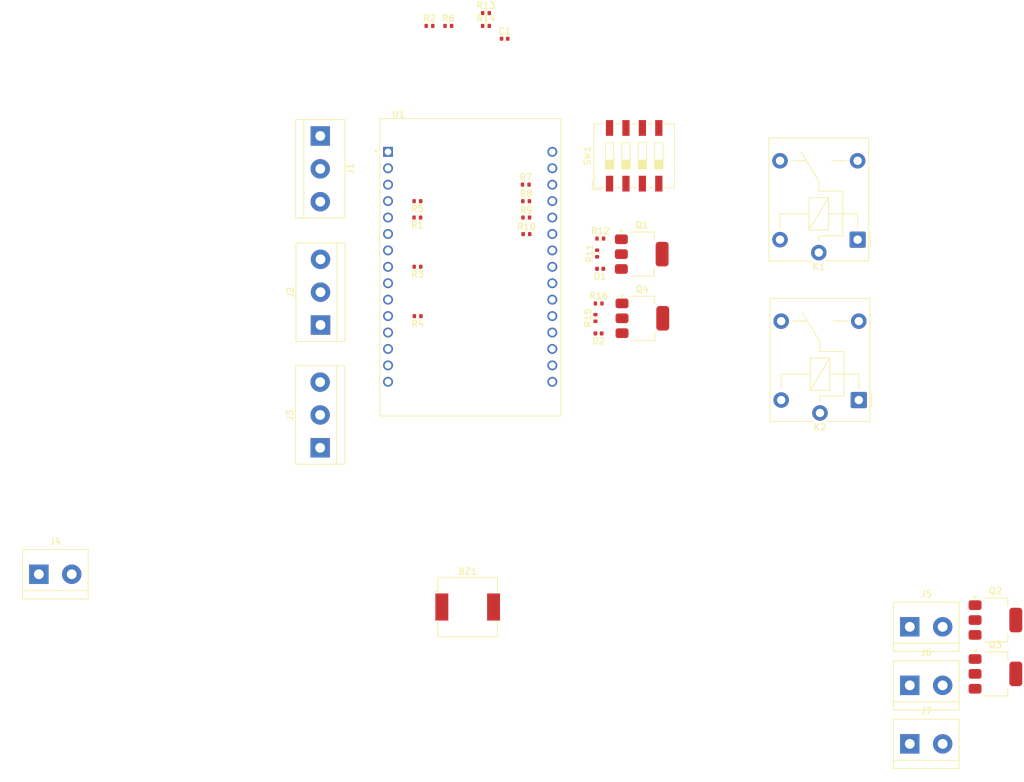
<source format=kicad_pcb>
(kicad_pcb (version 20240108) (generator "pcbnew") (generator_version "8.0")
  (layers (0 "F.Cu" signal) (31 "B.Cu" signal) (34 "B.Paste" user) (35 "F.Paste" user) (36 "B.SilkS" user "B.Silkscreen") (37 "F.SilkS" user "F.Silkscreen") (38 "B.Mask" user) (39 "F.Mask" user) (44 "Edge.Cuts" user))
  (net 0 "")
  (net 1 "+5V")
  (net 2 "Net-(BZ1--)")
  (net 3 "GND")
  (net 4 "Net-(D1-A)")
  (net 5 "Net-(D2-A)")
  (net 6 "LSC")
  (net 7 "LSA")
  (net 8 "KEYA")
  (net 9 "KEYC")
  (net 10 "FTC")
  (net 11 "PP")
  (net 12 "MO1")
  (net 13 "MO2")
  (net 14 "Net-(J7-Pin_2)")
  (net 15 "Net-(Q1-C)")
  (net 16 "Net-(Q4-C)")
  (net 17 "Net-(Q1-B)")
  (net 18 "Net-(Q2-B)")
  (net 19 "Net-(Q3-B)")
  (net 20 "Net-(Q4-B)")
  (net 21 "+3.3V")
  (net 22 "Net-(U1-D13)")
  (net 23 "Net-(U1-D12)")
  (net 24 "Net-(U1-D14)")
  (net 25 "Net-(U1-D27)")
  (net 26 "MA")
  (net 27 "LAMP")
  (net 28 "BUZZER")
  (net 29 "MC")
  (footprint "Resistor_SMD:R_0402_1005Metric" (layer "F.Cu") (at 137.87 87.89)
    (property "Reference" "R10" (at 0 -1.17 0) (layer "F.SilkS"))
    (property "Value" "1k")
    (fp_line (start -0.153641 -0.38) (end 0.153641 -0.38) (stroke (width 0.12)) (layer "F.SilkS"))
    (fp_line (start -0.153641 0.38) (end 0.153641 0.38) (stroke (width 0.12)) (layer "F.SilkS"))
    (pad "1" smd roundrect (at -0.51 0) (size 0.54 0.64) (layers "F.Cu" "F.Paste" "F.Mask") (net 21 "+3.3V"))
    (pad "2" smd roundrect (at 0.51 0) (size 0.54 0.64) (layers "F.Cu" "F.Paste" "F.Mask") (net 25 "Net-(U1-D27)"))
  )
  (footprint "Resistor_SMD:R_0402_1005Metric" (layer "F.Cu") (at 121 85.33 180)
    (property "Reference" "R1" (at 0 -1.17 360) (layer "F.SilkS"))
    (property "Value" "1k")
    (fp_line (start -0.153641 0.38) (end 0.153641 0.38) (stroke (width 0.12)) (layer "F.SilkS"))
    (fp_line (start -0.153641 -0.38) (end 0.153641 -0.38) (stroke (width 0.12)) (layer "F.SilkS"))
    (pad "1" smd roundrect (at -0.51 0 180) (size 0.54 0.64) (layers "F.Cu" "F.Paste" "F.Mask") (net 21 "+3.3V"))
    (pad "2" smd roundrect (at 0.51 0 180) (size 0.54 0.64) (layers "F.Cu" "F.Paste" "F.Mask") (net 7 "LSA"))
  )
  (footprint "Resistor_SMD:R_0402_1005Metric" (layer "F.Cu") (at 125.79 55.7)
    (property "Reference" "R6" (at 0 -1.17 0) (layer "F.SilkS"))
    (property "Value" "1k")
    (fp_line (start -0.153641 -0.38) (end 0.153641 -0.38) (stroke (width 0.12)) (layer "F.SilkS"))
    (fp_line (start -0.153641 0.38) (end 0.153641 0.38) (stroke (width 0.12)) (layer "F.SilkS"))
    (pad "1" smd roundrect (at -0.51 0) (size 0.54 0.64) (layers "F.Cu" "F.Paste" "F.Mask") (net 21 "+3.3V"))
    (pad "2" smd roundrect (at 0.51 0) (size 0.54 0.64) (layers "F.Cu" "F.Paste" "F.Mask") (net 9 "KEYC"))
  )
  (footprint "TerminalBlock:TerminalBlock_bornier-2_P5.08mm" (layer "F.Cu") (at 197.1525 166.72)
    (property "Reference" "J7" (at 2.54 -5.08 0) (layer "F.SilkS"))
    (property "Value" "LAMP")
    (fp_line (start -2.54 -3.81) (end -2.54 3.81) (stroke (width 0.12)) (layer "F.SilkS"))
    (fp_line (start -2.54 3.81) (end 7.62 3.81) (stroke (width 0.12)) (layer "F.SilkS"))
    (fp_line (start 7.62 -3.81) (end -2.54 -3.81) (stroke (width 0.12)) (layer "F.SilkS"))
    (fp_line (start 7.62 2.54) (end -2.54 2.54) (stroke (width 0.12)) (layer "F.SilkS"))
    (fp_line (start 7.62 3.81) (end 7.62 -3.81) (stroke (width 0.12)) (layer "F.SilkS"))
    (pad "1" thru_hole rect (at 0 0) (size 3 3) (drill 1.52) (layers "*.Cu" "*.Mask") (net 1 "+5V"))
    (pad "2" thru_hole circle (at 5.08 0) (size 3 3) (drill 1.52) (layers "*.Cu" "*.Mask") (net 14 "Net-(J7-Pin_2)"))
  )
  (footprint "TerminalBlock:TerminalBlock_bornier-3_P5.08mm" (layer "F.Cu") (at 105.97 120.94 90)
    (property "Reference" "J3" (at 5.05 -4.65 90) (layer "F.SilkS"))
    (property "Value" "Screw_Terminal_01x03")
    (fp_line (start -2.54 -3.81) (end 12.7 -3.81) (stroke (width 0.12)) (layer "F.SilkS"))
    (fp_line (start -2.54 2.54) (end 12.7 2.54) (stroke (width 0.12)) (layer "F.SilkS"))
    (fp_line (start 12.7 3.81) (end 12.7 -3.81) (stroke (width 0.12)) (layer "F.SilkS"))
    (fp_line (start -2.54 3.81) (end -2.54 -3.81) (stroke (width 0.12)) (layer "F.SilkS"))
    (fp_line (start -2.54 3.81) (end 12.7 3.81) (stroke (width 0.12)) (layer "F.SilkS"))
    (pad "1" thru_hole rect (at 0 0 90) (size 3 3) (drill 1.52) (layers "*.Cu" "*.Mask") (net 3 "GND"))
    (pad "2" thru_hole circle (at 5.08 0 90) (size 3 3) (drill 1.52) (layers "*.Cu" "*.Mask") (net 10 "FTC"))
    (pad "3" thru_hole circle (at 10.16 0 90) (size 3 3) (drill 1.52) (layers "*.Cu" "*.Mask") (net 1 "+5V"))
  )
  (footprint "TerminalBlock:TerminalBlock_bornier-2_P5.08mm" (layer "F.Cu") (at 197.1525 157.67)
    (property "Reference" "J6" (at 2.54 -5.08 0) (layer "F.SilkS"))
    (property "Value" "MOTOR")
    (fp_line (start -2.54 -3.81) (end -2.54 3.81) (stroke (width 0.12)) (layer "F.SilkS"))
    (fp_line (start -2.54 3.81) (end 7.62 3.81) (stroke (width 0.12)) (layer "F.SilkS"))
    (fp_line (start 7.62 -3.81) (end -2.54 -3.81) (stroke (width 0.12)) (layer "F.SilkS"))
    (fp_line (start 7.62 2.54) (end -2.54 2.54) (stroke (width 0.12)) (layer "F.SilkS"))
    (fp_line (start 7.62 3.81) (end 7.62 -3.81) (stroke (width 0.12)) (layer "F.SilkS"))
    (pad "1" thru_hole rect (at 0 0) (size 3 3) (drill 1.52) (layers "*.Cu" "*.Mask") (net 12 "MO1"))
    (pad "2" thru_hole circle (at 5.08 0) (size 3 3) (drill 1.52) (layers "*.Cu" "*.Mask") (net 13 "MO2"))
  )
  (footprint "Resistor_SMD:R_0402_1005Metric" (layer "F.Cu") (at 121.02 92.94 180)
    (property "Reference" "R3" (at 0 -1.17 360) (layer "F.SilkS"))
    (property "Value" "1k")
    (fp_line (start -0.153641 0.38) (end 0.153641 0.38) (stroke (width 0.12)) (layer "F.SilkS"))
    (fp_line (start -0.153641 -0.38) (end 0.153641 -0.38) (stroke (width 0.12)) (layer "F.SilkS"))
    (pad "1" smd roundrect (at -0.51 0 180) (size 0.54 0.64) (layers "F.Cu" "F.Paste" "F.Mask") (net 21 "+3.3V"))
    (pad "2" smd roundrect (at 0.51 0 180) (size 0.54 0.64) (layers "F.Cu" "F.Paste" "F.Mask") (net 10 "FTC"))
  )
  (footprint "Resistor_SMD:R_0402_1005Metric" (layer "F.Cu") (at 148.8 90.89 90)
    (property "Reference" "R11" (at 0 -1.17 90) (layer "F.SilkS"))
    (property "Value" "220")
    (fp_line (start -0.153641 -0.38) (end 0.153641 -0.38) (stroke (width 0.12)) (layer "F.SilkS"))
    (fp_line (start -0.153641 0.38) (end 0.153641 0.38) (stroke (width 0.12)) (layer "F.SilkS"))
    (pad "1" smd roundrect (at -0.51 0 90) (size 0.54 0.64) (layers "F.Cu" "F.Paste" "F.Mask") (net 4 "Net-(D1-A)"))
    (pad "2" smd roundrect (at 0.51 0 90) (size 0.54 0.64) (layers "F.Cu" "F.Paste" "F.Mask") (net 26 "MA"))
  )
  (footprint "Capacitor_SMD:C_0402_1005Metric" (layer "F.Cu") (at 134.5 57.68)
    (property "Reference" "C1" (at 0 -1.16 0) (layer "F.SilkS"))
    (property "Value" "22u")
    (fp_line (start -0.107836 -0.36) (end 0.107836 -0.36) (stroke (width 0.12)) (layer "F.SilkS"))
    (fp_line (start -0.107836 0.36) (end 0.107836 0.36) (stroke (width 0.12)) (layer "F.SilkS"))
    (pad "1" smd roundrect (at -0.48 0) (size 0.56 0.62) (layers "F.Cu" "F.Paste" "F.Mask") (net 1 "+5V"))
    (pad "2" smd roundrect (at 0.48 0) (size 0.56 0.62) (layers "F.Cu" "F.Paste" "F.Mask") (net 3 "GND"))
  )
  (footprint "Resistor_SMD:R_0402_1005Metric" (layer "F.Cu") (at 137.82 82.8)
    (property "Reference" "R8" (at 0 -1.17 0) (layer "F.SilkS"))
    (property "Value" "1k")
    (fp_line (start -0.153641 -0.38) (end 0.153641 -0.38) (stroke (width 0.12)) (layer "F.SilkS"))
    (fp_line (start -0.153641 0.38) (end 0.153641 0.38) (stroke (width 0.12)) (layer "F.SilkS"))
    (pad "1" smd roundrect (at -0.51 0) (size 0.54 0.64) (layers "F.Cu" "F.Paste" "F.Mask") (net 21 "+3.3V"))
    (pad "2" smd roundrect (at 0.51 0) (size 0.54 0.64) (layers "F.Cu" "F.Paste" "F.Mask") (net 23 "Net-(U1-D12)"))
  )
  (footprint "Relay_THT:Relay_SPDT_Finder_36.11" (layer "F.Cu") (at 189.2625 113.55 180)
    (property "Reference" "K2" (at 6 -4.2 360) (layer "F.SilkS"))
    (property "Value" "FINDER-36.11")
    (fp_line (start 13.71 15.71) (end -1.71 15.71) (stroke (width 0.12)) (layer "F.SilkS"))
    (fp_line (start 13.71 -3.31) (end 13.71 15.71) (stroke (width 0.12)) (layer "F.SilkS"))
    (fp_line (start 13.71 -3.31) (end 7.2 -3.31) (stroke (width 0.12)) (layer "F.SilkS"))
    (fp_line (start 12 4) (end 12 1.7) (stroke (width 0.12)) (layer "F.SilkS"))
    (fp_line (start 12 4) (end 7.5 4) (stroke (width 0.12)) (layer "F.SilkS"))
    (fp_line (start 10.3 12.2) (end 8 12.2) (stroke (width 0.12)) (layer "F.SilkS"))
    (fp_line (start 7.5 6.5) (end 4.5 6.5) (stroke (width 0.12)) (layer "F.SilkS"))
    (fp_line (start 7.5 1.5) (end 7.5 6.5) (stroke (width 0.12)) (layer "F.SilkS"))
    (fp_line (start 6 9) (end 8.7 13.5) (stroke (width 0.12)) (layer "F.SilkS"))
    (fp_line (start 6 7.5) (end 6 9) (stroke (width 0.12)) (layer "F.SilkS"))
    (fp_line (start 6 7.5) (end 2.3 7.5) (stroke (width 0.12)) (layer "F.SilkS"))
    (fp_line (start 6 0.6) (end 6 -0.3) (stroke (width 0.12)) (layer "F.SilkS"))
    (fp_line (start 6 0.6) (end 2.3 0.6) (stroke (width 0.12)) (layer "F.SilkS"))
    (fp_line (start 4.8 -3.31) (end -1.71 -3.31) (stroke (width 0.12)) (layer "F.SilkS"))
    (fp_line (start 4.5 6.5) (end 7.5 1.5) (stroke (width 0.12)) (layer "F.SilkS"))
    (fp_line (start 4.5 6.5) (end 4.5 1.5) (stroke (width 0.12)) (layer "F.SilkS"))
    (fp_line (start 4.5 4) (end 0 4) (stroke (width 0.12)) (layer "F.SilkS"))
    (fp_line (start 4.5 1.5) (end 7.5 1.5) (stroke (width 0.12)) (layer "F.SilkS"))
    (fp_line (start 2.3 7.5) (end 2.3 0.6) (stroke (width 0.12)) (layer "F.SilkS"))
    (fp_line (start 1.7 12.2) (end 4 12.2) (stroke (width 0.12)) (layer "F.SilkS"))
    (fp_line (start 0 1.7) (end 0 4) (stroke (width 0.12)) (layer "F.SilkS"))
    (fp_line (start -1.71 15.7) (end -1.71 -3.31) (stroke (width 0.12)) (layer "F.SilkS"))
    (fp_line (start -1.95 -1.15) (end -1.95 1.15) (stroke (width 0.12)) (layer "F.SilkS"))
    (pad "11" thru_hole circle (at 6 -2 180) (size 2.4 2.4) (drill 1.3) (layers "*.Cu" "*.Mask") (net 13 "MO2") (clearance 0.2))
    (pad "12" thru_hole circle (at 12 12.2 180) (size 2.4 2.4) (drill 1.3) (layers "*.Cu" "*.Mask") (net 1 "+5V"))
    (pad "14" thru_hole circle (at 0 12.2 180) (size 2.4 2.4) (drill 1.3) (layers "*.Cu" "*.Mask") (net 3 "GND"))
    (pad "A1" thru_hole roundrect (at 0 0 180) (size 2.5 2.5) (drill 1.3) (layers "*.Cu" "*.Mask") (roundrect_rratio 0.1) (net 1 "+5V"))
    (pad "A2" thru_hole circle (at 12 0 180) (size 2.4 2.4) (drill 1.3) (layers "*.Cu" "*.Mask") (net 16 "Net-(Q4-C)"))
  )
  (footprint "Resistor_SMD:R_0402_1005Metric" (layer "F.Cu") (at 121.01 82.8 180)
    (property "Reference" "R5" (at 0 -1.17 360) (layer "F.SilkS"))
    (property "Value" "1k")
    (fp_line (start -0.153641 0.38) (end 0.153641 0.38) (stroke (width 0.12)) (layer "F.SilkS"))
    (fp_line (start -0.153641 -0.38) (end 0.153641 -0.38) (stroke (width 0.12)) (layer "F.SilkS"))
    (pad "1" smd roundrect (at -0.51 0 180) (size 0.54 0.64) (layers "F.Cu" "F.Paste" "F.Mask") (net 21 "+3.3V"))
    (pad "2" smd roundrect (at 0.51 0 180) (size 0.54 0.64) (layers "F.Cu" "F.Paste" "F.Mask") (net 6 "LSC"))
  )
  (footprint "TerminalBlock:TerminalBlock_bornier-2_P5.08mm" (layer "F.Cu") (at 197.1525 148.62)
    (property "Reference" "J5" (at 2.54 -5.08 0) (layer "F.SilkS"))
    (property "Value" "ALIMENTACION")
    (fp_line (start -2.54 -3.81) (end -2.54 3.81) (stroke (width 0.12)) (layer "F.SilkS"))
    (fp_line (start -2.54 3.81) (end 7.62 3.81) (stroke (width 0.12)) (layer "F.SilkS"))
    (fp_line (start 7.62 -3.81) (end -2.54 -3.81) (stroke (width 0.12)) (layer "F.SilkS"))
    (fp_line (start 7.62 2.54) (end -2.54 2.54) (stroke (width 0.12)) (layer "F.SilkS"))
    (fp_line (start 7.62 3.81) (end 7.62 -3.81) (stroke (width 0.12)) (layer "F.SilkS"))
    (pad "1" thru_hole rect (at 0 0) (size 3 3) (drill 1.52) (layers "*.Cu" "*.Mask") (net 3 "GND"))
    (pad "2" thru_hole circle (at 5.08 0) (size 3 3) (drill 1.52) (layers "*.Cu" "*.Mask") (net 1 "+5V"))
  )
  (footprint "LED_SMD:LED_0402_1005Metric" (layer "F.Cu") (at 149.02 103.25 180)
    (property "Reference" "D2" (at 0 -1.17 360) (layer "F.SilkS"))
    (property "Value" "MC")
    (fp_circle (center -1.09 0) (end -1.04 0) (stroke (width 0.1)) (fill none) (layer "F.SilkS"))
    (pad "1" smd roundrect (at -0.485 0 180) (size 0.59 0.64) (layers "F.Cu" "F.Paste" "F.Mask") (net 3 "GND"))
    (pad "2" smd roundrect (at 0.485 0 180) (size 0.59 0.64) (layers "F.Cu" "F.Paste" "F.Mask") (net 5 "Net-(D2-A)"))
  )
  (footprint "Resistor_SMD:R_0402_1005Metric" (layer "F.Cu") (at 131.61 53.71)
    (property "Reference" "R13" (at 0 -1.17 0) (layer "F.SilkS"))
    (property "Value" "1k")
    (fp_line (start -0.153641 -0.38) (end 0.153641 -0.38) (stroke (width 0.12)) (layer "F.SilkS"))
    (fp_line (start -0.153641 0.38) (end 0.153641 0.38) (stroke (width 0.12)) (layer "F.SilkS"))
    (pad "1" smd roundrect (at -0.51 0) (size 0.54 0.64) (layers "F.Cu" "F.Paste" "F.Mask") (net 27 "LAMP"))
    (pad "2" smd roundrect (at 0.51 0) (size 0.54 0.64) (layers "F.Cu" "F.Paste" "F.Mask") (net 18 "Net-(Q2-B)"))
  )
  (footprint "LIBRERIA PERSONAL:MODULE_ESP32-DEVKITC" (layer "F.Cu") (at 116.43 110.96)
    (property "Reference" "U1" (at 1.65 -41.63 0) (layer "F.SilkS"))
    (property "Value" "ESP32-DEVKITC")
    (fp_rect (start -1.23 -40.93) (end 26.77 5.07) (stroke (width 0.12)) (fill none) (layer "F.SilkS"))
    (fp_circle (center -1.83 -35.91) (end -1.73 -35.91) (stroke (width 0.2)) (fill none) (layer "F.SilkS"))
    (pad "1" thru_hole rect (at 0.04 -35.79) (size 1.53 1.53) (drill 1.02) (layers "*.Cu" "*.Mask") (net 21 "+3.3V"))
    (pad "2" thru_hole circle (at 0.04 -33.25) (size 1.53 1.53) (drill 1.02) (layers "*.Cu" "*.Mask") (net 3 "GND"))
    (pad "3" thru_hole circle (at 0.04 -30.71) (size 1.53 1.53) (drill 1.02) (layers "*.Cu" "*.Mask"))
    (pad "4" thru_hole circle (at 0.04 -28.17) (size 1.53 1.53) (drill 1.02) (layers "*.Cu" "*.Mask") (net 6 "LSC"))
    (pad "5" thru_hole circle (at 0.04 -25.63) (size 1.53 1.53) (drill 1.02) (layers "*.Cu" "*.Mask") (net 7 "LSA"))
    (pad "6" thru_hole circle (at 0.04 -23.09) (size 1.53 1.53) (drill 1.02) (layers "*.Cu" "*.Mask"))
    (pad "7" thru_hole circle (at 0.04 -20.55) (size 1.53 1.53) (drill 1.02) (layers "*.Cu" "*.Mask"))
    (pad "8" thru_hole circle (at 0.04 -18.01) (size 1.53 1.53) (drill 1.02) (layers "*.Cu" "*.Mask") (net 10 "FTC"))
    (pad "9" thru_hole circle (at 0.04 -15.47) (size 1.53 1.53) (drill 1.02) (layers "*.Cu" "*.Mask") (net 8 "KEYA"))
    (pad "10" thru_hole circle (at 0.04 -12.93) (size 1.53 1.53) (drill 1.02) (layers "*.Cu" "*.Mask") (net 9 "KEYC"))
    (pad "11" thru_hole circle (at 0.04 -10.39) (size 1.53 1.53) (drill 1.02) (layers "*.Cu" "*.Mask") (net 11 "PP"))
    (pad "12" thru_hole circle (at 0.04 -7.85) (size 1.53 1.53) (drill 1.02) (layers "*.Cu" "*.Mask"))
    (pad "13" thru_hole circle (at 0.04 -5.31) (size 1.53 1.53) (drill 1.02) (layers "*.Cu" "*.Mask"))
    (pad "14" thru_hole circle (at 0.04 -2.77) (size 1.53 1.53) (drill 1.02) (layers "*.Cu" "*.Mask"))
    (pad "15" thru_hole circle (at 0.04 -0.23) (size 1.53 1.53) (drill 1.02) (layers "*.Cu" "*.Mask"))
    (pad "16" thru_hole circle (at 25.44 -0.23) (size 1.53 1.53) (drill 1.02) (layers "*.Cu" "*.Mask"))
    (pad "17" thru_hole circle (at 25.44 -2.77) (size 1.53 1.53) (drill 1.02) (layers "*.Cu" "*.Mask"))
    (pad "18" thru_hole circle (at 25.44 -5.31) (size 1.53 1.53) (drill 1.02) (layers "*.Cu" "*.Mask"))
    (pad "19" thru_hole circle (at 25.44 -7.85) (size 1.53 1.53) (drill 1.02) (layers "*.Cu" "*.Mask") (net 28 "BUZZER"))
    (pad "20" thru_hole circle (at 25.44 -10.39) (size 1.53 1.53) (drill 1.02) (layers "*.Cu" "*.Mask"))
    (pad "21" thru_hole circle (at 25.44 -12.93) (size 1.53 1.53) (drill 1.02) (layers "*.Cu" "*.Mask") (net 27 "LAMP"))
    (pad "22" thru_hole circle (at 25.44 -15.47) (size 1.53 1.53) (drill 1.02) (layers "*.Cu" "*.Mask"))
    (pad "23" thru_hole circle (at 25.44 -18.01) (size 1.53 1.53) (drill 1.02) (layers "*.Cu" "*.Mask") (net 29 "MC"))
    (pad "24" thru_hole circle (at 25.44 -20.55) (size 1.53 1.53) (drill 1.02) (layers "*.Cu" "*.Mask") (net 26 "MA"))
    (pad "25" thru_hole circle (at 25.44 -23.09) (size 1.53 1.53) (drill 1.02) (layers "*.Cu" "*.Mask") (net 25 "Net-(U1-D27)"))
    (pad "26" thru_hole circle (at 25.44 -25.63) (size 1.53 1.53) (drill 1.02) (layers "*.Cu" "*.Mask") (net 24 "Net-(U1-D14)"))
    (pad "27" thru_hole circle (at 25.44 -28.17) (size 1.53 1.53) (drill 1.02) (layers "*.Cu" "*.Mask") (net 23 "Net-(U1-D12)"))
    (pad "28" thru_hole circle (at 25.44 -30.71) (size 1.53 1.53) (drill 1.02) (layers "*.Cu" "*.Mask") (net 22 "Net-(U1-D13)"))
    (pad "29" thru_hole circle (at 25.44 -33.25) (size 1.53 1.53) (drill 1.02) (layers "*.Cu" "*.Mask"))
    (pad "30" thru_hole circle (at 25.44 -35.79) (size 1.53 1.53) (drill 1.02) (layers "*.Cu" "*.Mask") (net 1 "+5V"))
  )
  (footprint "TerminalBlock:TerminalBlock_bornier-3_P5.08mm" (layer "F.Cu") (at 105.99 72.72 -90)
    (property "Reference" "J1" (at 5.05 -4.65 90) (layer "F.SilkS"))
    (property "Value" "LIMIT SWITCHES")
    (fp_line (start -2.54 3.81) (end 12.7 3.81) (stroke (width 0.12)) (layer "F.SilkS"))
    (fp_line (start -2.54 3.81) (end -2.54 -3.81) (stroke (width 0.12)) (layer "F.SilkS"))
    (fp_line (start 12.7 3.81) (end 12.7 -3.81) (stroke (width 0.12)) (layer "F.SilkS"))
    (fp_line (start -2.54 2.54) (end 12.7 2.54) (stroke (width 0.12)) (layer "F.SilkS"))
    (fp_line (start -2.54 -3.81) (end 12.7 -3.81) (stroke (width 0.12)) (layer "F.SilkS"))
    (pad "1" thru_hole rect (at 0 0 270) (size 3 3) (drill 1.52) (layers "*.Cu" "*.Mask") (net 6 "LSC"))
    (pad "2" thru_hole circle (at 5.08 0 270) (size 3 3) (drill 1.52) (layers "*.Cu" "*.Mask") (net 3 "GND"))
    (pad "3" thru_hole circle (at 10.16 0 270) (size 3 3) (drill 1.52) (layers "*.Cu" "*.Mask") (net 7 "LSA"))
  )
  (footprint "TerminalBlock:TerminalBlock_bornier-2_P5.08mm" (layer "F.Cu") (at 62.48 140.49)
    (property "Reference" "J4" (at 2.54 -5.08 0) (layer "F.SilkS"))
    (property "Value" "Screw_Terminal_01x02")
    (fp_line (start -2.54 -3.81) (end -2.54 3.81) (stroke (width 0.12)) (layer "F.SilkS"))
    (fp_line (start -2.54 3.81) (end 7.62 3.81) (stroke (width 0.12)) (layer "F.SilkS"))
    (fp_line (start 7.62 -3.81) (end -2.54 -3.81) (stroke (width 0.12)) (layer "F.SilkS"))
    (fp_line (start 7.62 2.54) (end -2.54 2.54) (stroke (width 0.12)) (layer "F.SilkS"))
    (fp_line (start 7.62 3.81) (end 7.62 -3.81) (stroke (width 0.12)) (layer "F.SilkS"))
    (pad "1" thru_hole rect (at 0 0) (size 3 3) (drill 1.52) (layers "*.Cu" "*.Mask") (net 3 "GND"))
    (pad "2" thru_hole circle (at 5.08 0) (size 3 3) (drill 1.52) (layers "*.Cu" "*.Mask") (net 11 "PP"))
  )
  (footprint "Resistor_SMD:R_0402_1005Metric" (layer "F.Cu") (at 148.54 100.86 90)
    (property "Reference" "R15" (at 0 -1.17 90) (layer "F.SilkS"))
    (property "Value" "220")
    (fp_line (start -0.153641 -0.38) (end 0.153641 -0.38) (stroke (width 0.12)) (layer "F.SilkS"))
    (fp_line (start -0.153641 0.38) (end 0.153641 0.38) (stroke (width 0.12)) (layer "F.SilkS"))
    (pad "1" smd roundrect (at -0.51 0 90) (size 0.54 0.64) (layers "F.Cu" "F.Paste" "F.Mask") (net 5 "Net-(D2-A)"))
    (pad "2" smd roundrect (at 0.51 0 90) (size 0.54 0.64) (layers "F.Cu" "F.Paste" "F.Mask") (net 29 "MC"))
  )
  (footprint "Resistor_SMD:R_0402_1005Metric" (layer "F.Cu") (at 122.88 55.7)
    (property "Reference" "R2" (at 0 -1.17 0) (layer "F.SilkS"))
    (property "Value" "1k")
    (fp_line (start -0.153641 -0.38) (end 0.153641 -0.38) (stroke (width 0.12)) (layer "F.SilkS"))
    (fp_line (start -0.153641 0.38) (end 0.153641 0.38) (stroke (width 0.12)) (layer "F.SilkS"))
    (pad "1" smd roundrect (at -0.51 0) (size 0.54 0.64) (layers "F.Cu" "F.Paste" "F.Mask") (net 21 "+3.3V"))
    (pad "2" smd roundrect (at 0.51 0) (size 0.54 0.64) (layers "F.Cu" "F.Paste" "F.Mask") (net 8 "KEYA"))
  )
  (footprint "Resistor_SMD:R_0402_1005Metric" (layer "F.Cu") (at 149.29 88.58)
    (property "Reference" "R12" (at 0 -1.17 0) (layer "F.SilkS"))
    (property "Value" "1k")
    (fp_line (start -0.153641 -0.38) (end 0.153641 -0.38) (stroke (width 0.12)) (layer "F.SilkS"))
    (fp_line (start -0.153641 0.38) (end 0.153641 0.38) (stroke (width 0.12)) (layer "F.SilkS"))
    (pad "1" smd roundrect (at -0.51 0) (size 0.54 0.64) (layers "F.Cu" "F.Paste" "F.Mask") (net 26 "MA"))
    (pad "2" smd roundrect (at 0.51 0) (size 0.54 0.64) (layers "F.Cu" "F.Paste" "F.Mask") (net 17 "Net-(Q1-B)"))
  )
  (footprint "Button_Switch_SMD:SW_DIP_SPSTx04_Slide_9.78x12.34mm_W8.61mm_P2.54mm" (layer "F.Cu") (at 154.53 75.785 90)
    (property "Reference" "SW1" (at 0 -7.23 90) (layer "F.SilkS"))
    (property "Value" "SW_DIP_x04")
    (fp_line (start -5.19 -6.47) (end -3.806 -6.47) (stroke (width 0.12)) (layer "F.SilkS"))
    (fp_line (start -5.19 -6.47) (end -5.19 -5.087) (stroke (width 0.12)) (layer "F.SilkS"))
    (fp_line (start 4.95 -6.23) (end 4.95 -4.61) (stroke (width 0.12)) (layer "F.SilkS"))
    (fp_line (start -4.95 -6.23) (end 4.95 -6.23) (stroke (width 0.12)) (layer "F.SilkS"))
    (fp_line (start -4.95 -6.23) (end -4.95 -4.61) (stroke (width 0.12)) (layer "F.SilkS"))
    (fp_line (start 2.03 -4.445) (end -2.03 -4.445) (stroke (width 0.12)) (layer "F.SilkS"))
    (fp_line (start -0.676667 -4.445) (end -0.676667 -3.175) (stroke (width 0.12)) (layer "F.SilkS"))
    (fp_line (start -2.03 -4.445) (end -2.03 -3.175) (stroke (width 0.12)) (layer "F.SilkS"))
    (fp_line (start -2.03 -4.325) (end -0.676667 -4.325) (stroke (width 0.12)) (layer "F.SilkS"))
    (fp_line (start -2.03 -4.205) (end -0.676667 -4.205) (stroke (width 0.12)) (layer "F.SilkS"))
    (fp_line (start -2.03 -4.085) (end -0.676667 -4.085) (stroke (width 0.12)) (layer "F.SilkS"))
    (fp_line (start -2.03 -3.965) (end -0.676667 -3.965) (stroke (width 0.12)) (layer "F.SilkS"))
    (fp_line (start -2.03 -3.845) (end -0.676667 -3.845) (stroke (width 0.12)) (layer "F.SilkS"))
    (fp_line (start -2.03 -3.725) (end -0.676667 -3.725) (stroke (width 0.12)) (layer "F.SilkS"))
    (fp_line (start -2.03 -3.605) (end -0.676667 -3.605) (stroke (width 0.12)) (layer "F.SilkS"))
    (fp_line (start -2.03 -3.485) (end -0.676667 -3.485) (stroke (width 0.12)) (layer "F.SilkS"))
    (fp_line (start -2.03 -3.365) (end -0.676667 -3.365) (stroke (width 0.12)) (layer "F.SilkS"))
    (fp_line (start -2.03 -3.245) (end -0.676667 -3.245) (stroke (width 0.12)) (layer "F.SilkS"))
    (fp_line (start 2.03 -3.175) (end 2.03 -4.445) (stroke (width 0.12)) (layer "F.SilkS"))
    (fp_line (start -2.03 -3.175) (end 2.03 -3.175) (stroke (width 0.12)) (layer "F.SilkS"))
    (fp_line (start 4.95 -3.01) (end 4.95 -2.07) (stroke (width 0.12)) (layer "F.SilkS"))
    (fp_line (start -4.95 -3.01) (end -4.95 -2.07) (stroke (width 0.12)) (layer "F.SilkS"))
    (fp_line (start 2.03 -1.905) (end -2.03 -1.905) (stroke (width 0.12)) (layer "F.SilkS"))
    (fp_line (start -0.676667 -1.905) (end -0.676667 -0.635) (stroke (width 0.12)) (layer "F.SilkS"))
    (fp_line (start -2.03 -1.905) (end -2.03 -0.635) (stroke (width 0.12)) (layer "F.SilkS"))
    (fp_line (start -2.03 -1.785) (end -0.676667 -1.785) (stroke (width 0.12)) (layer "F.SilkS"))
    (fp_line (start -2.03 -1.665) (end -0.676667 -1.665) (stroke (width 0.12)) (layer "F.SilkS"))
    (fp_line (start -2.03 -1.545) (end -0.676667 -1.545) (stroke (width 0.12)) (layer "F.SilkS"))
    (fp_line (start -2.03 -1.425) (end -0.676667 -1.425) (stroke (width 0.12)) (layer "F.SilkS"))
    (fp_line (start -2.03 -1.305) (end -0.676667 -1.305) (stroke (width 0.12)) (layer "F.SilkS"))
    (fp_line (start -2.03 -1.185) (end -0.676667 -1.185) (stroke (width 0.12)) (layer "F.SilkS"))
    (fp_line (start -2.03 -1.065) (end -0.676667 -1.065) (stroke (width 0.12)) (layer "F.SilkS"))
    (fp_line (start -2.03 -0.945) (end -0.676667 -0.945) (stroke (width 0.12)) (layer "F.SilkS"))
    (fp_line (start -2.03 -0.825) (end -0.676667 -0.825) (stroke (width 0.12)) (layer "F.SilkS"))
    (fp_line (start -2.03 -0.705) (end -0.676667 -0.705) (stroke (width 0.12)) (layer "F.SilkS"))
    (fp_line (start 2.03 -0.635) (end 2.03 -1.905) (stroke (width 0.12)) (layer "F.SilkS"))
    (fp_line (start -2.03 -0.635) (end 2.03 -0.635) (stroke (width 0.12)) (layer "F.SilkS"))
    (fp_line (start 4.95 -0.47) (end 4.95 0.47) (stroke (width 0.12)) (layer "F.SilkS"))
    (fp_line (start -4.95 -0.47) (end -4.95 0.47) (stroke (width 0.12)) (layer "F.SilkS"))
    (fp_line (start 2.03 0.635) (end -2.03 0.635) (stroke (width 0.12)) (layer "F.SilkS"))
    (fp_line (start -0.676667 0.635) (end -0.676667 1.905) (stroke (width 0.12)) (layer "F.SilkS"))
    (fp_line (start -2.03 0.635) (end -2.03 1.905) (stroke (width 0.12)) (layer "F.SilkS"))
    (fp_line (start -2.03 0.755) (end -0.676667 0.755) (stroke (width 0.12)) (layer "F.SilkS"))
    (fp_line (start -2.03 0.875) (end -0.676667 0.875) (stroke (width 0.12)) (layer "F.SilkS"))
    (fp_line (start -2.03 0.995) (end -0.676667 0.995) (stroke (width 0.12)) (layer "F.SilkS"))
    (fp_line (start -2.03 1.115) (end -0.676667 1.115) (stroke (width 0.12)) (layer "F.SilkS"))
    (fp_line (start -2.03 1.235) (end -0.676667 1.235) (stroke (width 0.12)) (layer "F.SilkS"))
    (fp_line (start -2.03 1.355) (end -0.676667 1.355) (stroke (width 0.12)) (layer "F.SilkS"))
    (fp_line (start -2.03 1.475) (end -0.676667 1.475) (stroke (width 0.12)) (layer "F.SilkS"))
    (fp_line (start -2.03 1.595) (end -0.676667 1.595) (stroke (width 0.12)) (layer "F.SilkS"))
    (fp_line (start -2.03 1.715) (end -0.676667 1.715) (stroke (width 0.12)) (layer "F.SilkS"))
    (fp_line (start -2.03 1.835) (end -0.676667 1.835) (stroke (width 0.12)) (layer "F.SilkS"))
    (fp_line (start 2.03 1.905) (end 2.03 0.635) (stroke (width 0.12)) (layer "F.SilkS"))
    (fp_line (start -2.03 1.905) (end 2.03 1.905) (stroke (width 0.12)) (layer "F.SilkS"))
    (fp_line (start 4.95 2.07) (end 4.95 3.01) (stroke (width 0.12)) (layer "F.SilkS"))
    (fp_line (start -4.95 2.07) (end -4.95 3.01) (stroke (width 0.12)) (layer "F.SilkS"))
    (fp_line (start 2.03 3.175) (end -2.03 3.175) (stroke (width 0.12)) (layer "F.SilkS"))
    (fp_line (start -0.676667 3.175) (end -0.676667 4.445) (stroke (width 0.12)) (layer "F.SilkS"))
    (fp_line (start -2.03 3.175) (end -2.03 4.445) (stroke (width 0.12)) (layer "F.SilkS"))
    (fp_line (start -2.03 3.295) (end -0.676667 3.295) (stroke (width 0.12)) (layer "F.SilkS"))
    (fp_line (start -2.03 3.415) (end -0.676667 3.415) (stroke (width 0.12)) (layer "F.SilkS"))
    (fp_line (start -2.03 3.535) (end -0.676667 3.535) (stroke (width 0.12)) (layer "F.SilkS"))
    (fp_line (start -2.03 3.655) (end -0.676667 3.655) (stroke (width 0.12)) (layer "F.SilkS"))
    (fp_line (start -2.03 3.775) (end -0.676667 3.775) (stroke (width 0.12)) (layer "F.SilkS"))
    (fp_line (start -2.03 3.895) (end -0.676667 3.895) (stroke (width 0.12)) (layer "F.SilkS"))
    (fp_line (start -2.03 4.015) (end -0.676667 4.015) (stroke (width 0.12)) (layer "F.SilkS"))
    (fp_line (start -2.03 4.135) (end -0.676667 4.135) (stroke (width 0.12)) (layer "F.SilkS"))
    (fp_line (start -2.03 4.255) (end -0.676667 4.255) (stroke (width 0.12)) (layer "F.SilkS"))
    (fp_line (start -2.03 4.375) (end -0.676667 4.375) (stroke (width 0.12)) (layer "F.SilkS"))
    (fp_line (start 2.03 4.445) (end 2.03 3.175) (stroke (width 0.12)) (layer "F.SilkS"))
    (fp_line (start -2.03 4.445) (end 2.03 4.445) (stroke (width 0.12)) (layer "F.SilkS"))
    (fp_line (start 4.95 4.61) (end 4.95 6.23) (stroke (width 0.12)) (layer "F.SilkS"))
    (fp_line (start -4.95 4.61) (end -4.95 6.23) (stroke (width 0.12)) (layer "F.SilkS"))
    (fp_line (start -4.95 6.23) (end 4.95 6.23) (stroke (width 0.12)) (layer "F.SilkS"))
    (pad "1" smd rect (at -4.305 -3.81 90) (size 2.44 1.12) (layers "F.Cu" "F.Paste" "F.Mask") (net 22 "Net-(U1-D13)"))
    (pad "2" smd rect (at -4.305 -1.27 90) (size 2.44 1.12) (layers "F.Cu" "F.Paste" "F.Mask") (net 23 "Net-(U1-D12)"))
    (pad "3" smd rect (at -4.305 1.27 90) (size 2.44 1.12) (layers "F.Cu" "F.Paste" "F.Mask") (net 24 "Net-(U1-D14)"))
    (pad "4" smd rect (at -4.305 3.81 90) (size 2.44 1.12) (layers "F.Cu" "F.Paste" "F.Mask") (net 25 "Net-(U1-D27)"))
    (pad "5" smd rect (at 4.305 3.81 90) (size 2.44 1.12) (layers "F.Cu" "F.Paste" "F.Mask") (net 3 "GND"))
    (pad "6" smd rect (at 4.305 1.27 90) (size 2.44 1.12) (layers "F.Cu" "F.Paste" "F.Mask") (net 3 "GND"))
    (pad "7" smd rect (at 4.305 -1.27 90) (size 2.44 1.12) (layers "F.Cu" "F.Paste" "F.Mask") (net 3 "GND"))
    (pad "8" smd rect (at 4.305 -3.81 90) (size 2.44 1.12) (layers "F.Cu" "F.Paste" "F.Mask") (net 3 "GND"))
  )
  (footprint "Resistor_SMD:R_0402_1005Metric" (layer "F.Cu") (at 121.05 100.58 180)
    (property "Reference" "R4" (at 0 -1.17 360) (layer "F.SilkS"))
    (property "Value" "1k")
    (fp_line (start -0.153641 0.38) (end 0.153641 0.38) (stroke (width 0.12)) (layer "F.SilkS"))
    (fp_line (start -0.153641 -0.38) (end 0.153641 -0.38) (stroke (width 0.12)) (layer "F.SilkS"))
    (pad "1" smd roundrect (at -0.51 0 180) (size 0.54 0.64) (layers "F.Cu" "F.Paste" "F.Mask") (net 21 "+3.3V"))
    (pad "2" smd roundrect (at 0.51 0 180) (size 0.54 0.64) (layers "F.Cu" "F.Paste" "F.Mask") (net 11 "PP"))
  )
  (footprint "Resistor_SMD:R_0402_1005Metric" (layer "F.Cu") (at 131.61 55.7)
    (property "Reference" "R14" (at 0 -1.17 0) (layer "F.SilkS"))
    (property "Value" "1k")
    (fp_line (start -0.153641 -0.38) (end 0.153641 -0.38) (stroke (width 0.12)) (layer "F.SilkS"))
    (fp_line (start -0.153641 0.38) (end 0.153641 0.38) (stroke (width 0.12)) (layer "F.SilkS"))
    (pad "1" smd roundrect (at -0.51 0) (size 0.54 0.64) (layers "F.Cu" "F.Paste" "F.Mask") (net 28 "BUZZER"))
    (pad "2" smd roundrect (at 0.51 0) (size 0.54 0.64) (layers "F.Cu" "F.Paste" "F.Mask") (net 19 "Net-(Q3-B)"))
  )
  (footprint "Relay_THT:Relay_SPDT_Finder_36.11" (layer "F.Cu") (at 189.0825 88.75 180)
    (property "Reference" "K1" (at 6 -4.2 360) (layer "F.SilkS"))
    (property "Value" "FINDER-36.11")
    (fp_line (start 13.71 15.71) (end -1.71 15.71) (stroke (width 0.12)) (layer "F.SilkS"))
    (fp_line (start 13.71 -3.31) (end 13.71 15.71) (stroke (width 0.12)) (layer "F.SilkS"))
    (fp_line (start 13.71 -3.31) (end 7.2 -3.31) (stroke (width 0.12)) (layer "F.SilkS"))
    (fp_line (start 12 4) (end 12 1.7) (stroke (width 0.12)) (layer "F.SilkS"))
    (fp_line (start 12 4) (end 7.5 4) (stroke (width 0.12)) (layer "F.SilkS"))
    (fp_line (start 10.3 12.2) (end 8 12.2) (stroke (width 0.12)) (layer "F.SilkS"))
    (fp_line (start 7.5 6.5) (end 4.5 6.5) (stroke (width 0.12)) (layer "F.SilkS"))
    (fp_line (start 7.5 1.5) (end 7.5 6.5) (stroke (width 0.12)) (layer "F.SilkS"))
    (fp_line (start 6 9) (end 8.7 13.5) (stroke (width 0.12)) (layer "F.SilkS"))
    (fp_line (start 6 7.5) (end 6 9) (stroke (width 0.12)) (layer "F.SilkS"))
    (fp_line (start 6 7.5) (end 2.3 7.5) (stroke (width 0.12)) (layer "F.SilkS"))
    (fp_line (start 6 0.6) (end 6 -0.3) (stroke (width 0.12)) (layer "F.SilkS"))
    (fp_line (start 6 0.6) (end 2.3 0.6) (stroke (width 0.12)) (layer "F.SilkS"))
    (fp_line (start 4.8 -3.31) (end -1.71 -3.31) (stroke (width 0.12)) (layer "F.SilkS"))
    (fp_line (start 4.5 6.5) (end 7.5 1.5) (stroke (width 0.12)) (layer "F.SilkS"))
    (fp_line (start 4.5 6.5) (end 4.5 1.5) (stroke (width 0.12)) (layer "F.SilkS"))
    (fp_line (start 4.5 4) (end 0 4) (stroke (width 0.12)) (layer "F.SilkS"))
    (fp_line (start 4.5 1.5) (end 7.5 1.5) (stroke (width 0.12)) (layer "F.SilkS"))
    (fp_line (start 2.3 7.5) (end 2.3 0.6) (stroke (width 0.12)) (layer "F.SilkS"))
    (fp_line (start 1.7 12.2) (end 4 12.2) (stroke (width 0.12)) (layer "F.SilkS"))
    (fp_line (start 0 1.7) (end 0 4) (stroke (width 0.12)) (layer "F.SilkS"))
    (fp_line (start -1.71 15.7) (end -1.71 -3.31) (stroke (width 0.12)) (layer "F.SilkS"))
    (fp_line (start -1.95 -1.15) (end -1.95 1.15) (stroke (width 0.12)) (layer "F.SilkS"))
    (pad "11" thru_hole circle (at 6 -2 180) (size 2.4 2.4) (drill 1.3) (layers "*.Cu" "*.Mask") (net 12 "MO1") (clearance 0.2))
    (pad "12" thru_hole circle (at 12 12.2 180) (size 2.4 2.4) (drill 1.3) (layers "*.Cu" "*.Mask") (net 1 "+5V"))
    (pad "14" thru_hole circle (at 0 12.2 180) (size 2.4 2.4) (drill 1.3) (layers "*.Cu" "*.Mask") (net 3 "GND"))
    (pad "A1" thru_hole roundrect (at 0 0 180) (size 2.5 2.5) (drill 1.3) (layers "*.Cu" "*.Mask") (roundrect_rratio 0.1) (net 1 "+5V"))
    (pad "A2" thru_hole circle (at 12 0 180) (size 2.4 2.4) (drill 1.3) (layers "*.Cu" "*.Mask") (net 15 "Net-(Q1-C)"))
  )
  (footprint "Resistor_SMD:R_0402_1005Metric" (layer "F.Cu") (at 137.77 80.24)
    (property "Reference" "R7" (at 0 -1.17 0) (layer "F.SilkS"))
    (property "Value" "1k")
    (fp_line (start -0.153641 -0.38) (end 0.153641 -0.38) (stroke (width 0.12)) (layer "F.SilkS"))
    (fp_line (start -0.153641 0.38) (end 0.153641 0.38) (stroke (width 0.12)) (layer "F.SilkS"))
    (pad "1" smd roundrect (at -0.51 0) (size 0.54 0.64) (layers "F.Cu" "F.Paste" "F.Mask") (net 21 "+3.3V"))
    (pad "2" smd roundrect (at 0.51 0) (size 0.54 0.64) (layers "F.Cu" "F.Paste" "F.Mask") (net 22 "Net-(U1-D13)"))
  )
  (footprint "Package_TO_SOT_SMD:SOT-223-3_TabPin2" (layer "F.Cu") (at 155.7 90.9875)
    (property "Reference" "Q1" (at 0 -4.5 0) (layer "F.SilkS"))
    (property "Value" "PZT2222A")
    (fp_line (start -1.85 -3.41) (end 1.91 -3.41) (stroke (width 0.12)) (layer "F.SilkS"))
    (fp_line (start -1.85 3.41) (end 1.91 3.41) (stroke (width 0.12)) (layer "F.SilkS"))
    (fp_line (start 1.91 -3.41) (end 1.91 -2.15) (stroke (width 0.12)) (layer "F.SilkS"))
    (fp_line (start 1.91 3.41) (end 1.91 2.15) (stroke (width 0.12)) (layer "F.SilkS"))
    (fp_poly (pts (xy -3.13 -3.31) (xy -3.37 -3.64) (xy -2.89 -3.64) (xy -3.13 -3.31)) (stroke (width 0.12)) (fill solid) (layer "F.SilkS"))
    (pad "1" smd roundrect (at -3.15 -2.3) (size 2 1.5) (layers "F.Cu" "F.Paste" "F.Mask") (net 17 "Net-(Q1-B)"))
    (pad "2" smd roundrect (at -3.15 0) (size 2 1.5) (layers "F.Cu" "F.Paste" "F.Mask") (net 15 "Net-(Q1-C)"))
    (pad "2" smd roundrect (at 3.15 0) (size 2 3.8) (layers "F.Cu" "F.Paste" "F.Mask") (net 15 "Net-(Q1-C)"))
    (pad "3" smd roundrect (at -3.15 2.3) (size 2 1.5) (layers "F.Cu" "F.Paste" "F.Mask") (net 3 "GND"))
  )
  (footprint "Package_TO_SOT_SMD:SOT-223-3_TabPin2" (layer "F.Cu") (at 210.3925 147.57)
    (property "Reference" "Q2" (at 0 -4.5 0) (layer "F.SilkS"))
    (property "Value" "PZT2222A")
    (fp_line (start -1.85 -3.41) (end 1.91 -3.41) (stroke (width 0.12)) (layer "F.SilkS"))
    (fp_line (start -1.85 3.41) (end 1.91 3.41) (stroke (width 0.12)) (layer "F.SilkS"))
    (fp_line (start 1.91 -3.41) (end 1.91 -2.15) (stroke (width 0.12)) (layer "F.SilkS"))
    (fp_line (start 1.91 3.41) (end 1.91 2.15) (stroke (width 0.12)) (layer "F.SilkS"))
    (fp_poly (pts (xy -3.13 -3.31) (xy -3.37 -3.64) (xy -2.89 -3.64) (xy -3.13 -3.31)) (stroke (width 0.12)) (fill solid) (layer "F.SilkS"))
    (pad "1" smd roundrect (at -3.15 -2.3) (size 2 1.5) (layers "F.Cu" "F.Paste" "F.Mask") (net 18 "Net-(Q2-B)"))
    (pad "2" smd roundrect (at -3.15 0) (size 2 1.5) (layers "F.Cu" "F.Paste" "F.Mask") (net 14 "Net-(J7-Pin_2)"))
    (pad "2" smd roundrect (at 3.15 0) (size 2 3.8) (layers "F.Cu" "F.Paste" "F.Mask") (net 14 "Net-(J7-Pin_2)"))
    (pad "3" smd roundrect (at -3.15 2.3) (size 2 1.5) (layers "F.Cu" "F.Paste" "F.Mask") (net 3 "GND"))
  )
  (footprint "Package_TO_SOT_SMD:SOT-223-3_TabPin2" (layer "F.Cu") (at 210.3925 155.895)
    (property "Reference" "Q3" (at 0 -4.5 0) (layer "F.SilkS"))
    (property "Value" "PZT2222A")
    (fp_line (start -1.85 -3.41) (end 1.91 -3.41) (stroke (width 0.12)) (layer "F.SilkS"))
    (fp_line (start -1.85 3.41) (end 1.91 3.41) (stroke (width 0.12)) (layer "F.SilkS"))
    (fp_line (start 1.91 -3.41) (end 1.91 -2.15) (stroke (width 0.12)) (layer "F.SilkS"))
    (fp_line (start 1.91 3.41) (end 1.91 2.15) (stroke (width 0.12)) (layer "F.SilkS"))
    (fp_poly (pts (xy -3.13 -3.31) (xy -3.37 -3.64) (xy -2.89 -3.64) (xy -3.13 -3.31)) (stroke (width 0.12)) (fill solid) (layer "F.SilkS"))
    (pad "1" smd roundrect (at -3.15 -2.3) (size 2 1.5) (layers "F.Cu" "F.Paste" "F.Mask") (net 19 "Net-(Q3-B)"))
    (pad "2" smd roundrect (at -3.15 0) (size 2 1.5) (layers "F.Cu" "F.Paste" "F.Mask") (net 2 "Net-(BZ1--)"))
    (pad "2" smd roundrect (at 3.15 0) (size 2 3.8) (layers "F.Cu" "F.Paste" "F.Mask") (net 2 "Net-(BZ1--)"))
    (pad "3" smd roundrect (at -3.15 2.3) (size 2 1.5) (layers "F.Cu" "F.Paste" "F.Mask") (net 3 "GND"))
  )
  (footprint "LED_SMD:LED_0402_1005Metric" (layer "F.Cu") (at 149.27 93.26 180)
    (property "Reference" "D1" (at 0 -1.17 360) (layer "F.SilkS"))
    (property "Value" "MA")
    (fp_circle (center -1.09 0) (end -1.04 0) (stroke (width 0.1)) (fill none) (layer "F.SilkS"))
    (pad "1" smd roundrect (at -0.485 0 180) (size 0.59 0.64) (layers "F.Cu" "F.Paste" "F.Mask") (net 3 "GND"))
    (pad "2" smd roundrect (at 0.485 0 180) (size 0.59 0.64) (layers "F.Cu" "F.Paste" "F.Mask") (net 4 "Net-(D1-A)"))
  )
  (footprint "Package_TO_SOT_SMD:SOT-223-3_TabPin2" (layer "F.Cu") (at 155.8 100.91)
    (property "Reference" "Q4" (at 0 -4.5 0) (layer "F.SilkS"))
    (property "Value" "PZT2222A")
    (fp_line (start -1.85 -3.41) (end 1.91 -3.41) (stroke (width 0.12)) (layer "F.SilkS"))
    (fp_line (start -1.85 3.41) (end 1.91 3.41) (stroke (width 0.12)) (layer "F.SilkS"))
    (fp_line (start 1.91 -3.41) (end 1.91 -2.15) (stroke (width 0.12)) (layer "F.SilkS"))
    (fp_line (start 1.91 3.41) (end 1.91 2.15) (stroke (width 0.12)) (layer "F.SilkS"))
    (fp_poly (pts (xy -3.13 -3.31) (xy -3.37 -3.64) (xy -2.89 -3.64) (xy -3.13 -3.31)) (stroke (width 0.12)) (fill solid) (layer "F.SilkS"))
    (pad "1" smd roundrect (at -3.15 -2.3) (size 2 1.5) (layers "F.Cu" "F.Paste" "F.Mask") (net 20 "Net-(Q4-B)"))
    (pad "2" smd roundrect (at -3.15 0) (size 2 1.5) (layers "F.Cu" "F.Paste" "F.Mask") (net 16 "Net-(Q4-C)"))
    (pad "2" smd roundrect (at 3.15 0) (size 2 3.8) (layers "F.Cu" "F.Paste" "F.Mask") (net 16 "Net-(Q4-C)"))
    (pad "3" smd roundrect (at -3.15 2.3) (size 2 1.5) (layers "F.Cu" "F.Paste" "F.Mask") (net 3 "GND"))
  )
  (footprint "TerminalBlock:TerminalBlock_bornier-3_P5.08mm" (layer "F.Cu") (at 106.03 101.95 90)
    (property "Reference" "J2" (at 5.05 -4.65 90) (layer "F.SilkS"))
    (property "Value" "LLAVE")
    (fp_line (start -2.54 -3.81) (end 12.7 -3.81) (stroke (width 0.12)) (layer "F.SilkS"))
    (fp_line (start -2.54 2.54) (end 12.7 2.54) (stroke (width 0.12)) (layer "F.SilkS"))
    (fp_line (start 12.7 3.81) (end 12.7 -3.81) (stroke (width 0.12)) (layer "F.SilkS"))
    (fp_line (start -2.54 3.81) (end -2.54 -3.81) (stroke (width 0.12)) (layer "F.SilkS"))
    (fp_line (start -2.54 3.81) (end 12.7 3.81) (stroke (width 0.12)) (layer "F.SilkS"))
    (pad "1" thru_hole rect (at 0 0 90) (size 3 3) (drill 1.52) (layers "*.Cu" "*.Mask") (net 9 "KEYC"))
    (pad "2" thru_hole circle (at 5.08 0 90) (size 3 3) (drill 1.52) (layers "*.Cu" "*.Mask") (net 3 "GND"))
    (pad "3" thru_hole circle (at 10.16 0 90) (size 3 3) (drill 1.52) (layers "*.Cu" "*.Mask") (net 8 "KEYA"))
  )
  (footprint "Resistor_SMD:R_0402_1005Metric" (layer "F.Cu") (at 137.84 85.33)
    (property "Reference" "R9" (at 0 -1.17 0) (layer "F.SilkS"))
    (property "Value" "1k")
    (fp_line (start -0.153641 -0.38) (end 0.153641 -0.38) (stroke (width 0.12)) (layer "F.SilkS"))
    (fp_line (start -0.153641 0.38) (end 0.153641 0.38) (stroke (width 0.12)) (layer "F.SilkS"))
    (pad "1" smd roundrect (at -0.51 0) (size 0.54 0.64) (layers "F.Cu" "F.Paste" "F.Mask") (net 21 "+3.3V"))
    (pad "2" smd roundrect (at 0.51 0) (size 0.54 0.64) (layers "F.Cu" "F.Paste" "F.Mask") (net 24 "Net-(U1-D14)"))
  )
  (footprint "Resistor_SMD:R_0402_1005Metric" (layer "F.Cu") (at 149.04 98.62)
    (property "Reference" "R16" (at 0 -1.17 0) (layer "F.SilkS"))
    (property "Value" "1k")
    (fp_line (start -0.153641 -0.38) (end 0.153641 -0.38) (stroke (width 0.12)) (layer "F.SilkS"))
    (fp_line (start -0.153641 0.38) (end 0.153641 0.38) (stroke (width 0.12)) (layer "F.SilkS"))
    (pad "1" smd roundrect (at -0.51 0) (size 0.54 0.64) (layers "F.Cu" "F.Paste" "F.Mask") (net 29 "MC"))
    (pad "2" smd roundrect (at 0.51 0) (size 0.54 0.64) (layers "F.Cu" "F.Paste" "F.Mask") (net 20 "Net-(Q4-B)"))
  )
  (footprint "Buzzer_Beeper:Buzzer_CUI_CPT-9019S-SMT" (layer "F.Cu") (at 128.785 145.555)
    (property "Reference" "BZ1" (at 0 -5.5 0) (layer "F.SilkS"))
    (property "Value" "Buzzer")
    (fp_line (start -4.6 -4.6) (end -4.6 -2.4) (stroke (width 0.12)) (layer "F.SilkS"))
    (fp_line (start -4.6 -4.6) (end 4.6 -4.6) (stroke (width 0.12)) (layer "F.SilkS"))
    (fp_line (start -4.6 -2.4) (end -5 -2.4) (stroke (width 0.12)) (layer "F.SilkS"))
    (fp_line (start -4.6 2.4) (end -4.6 4.6) (stroke (width 0.12)) (layer "F.SilkS"))
    (fp_line (start 4.6 -4.6) (end 4.6 -2.4) (stroke (width 0.12)) (layer "F.SilkS"))
    (fp_line (start 4.6 2.4) (end 4.6 4.6) (stroke (width 0.12)) (layer "F.SilkS"))
    (fp_line (start 4.6 4.6) (end -4.6 4.6) (stroke (width 0.12)) (layer "F.SilkS"))
    (pad "1" smd rect (at -4 0) (size 2 4.2) (layers "F.Cu" "F.Paste" "F.Mask") (net 1 "+5V"))
    (pad "2" smd rect (at 4 0) (size 2 4.2) (layers "F.Cu" "F.Paste" "F.Mask") (net 2 "Net-(BZ1--)"))
  )
)
</source>
